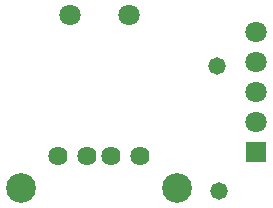
<source format=gbs>
G04*
G04 #@! TF.GenerationSoftware,Altium Limited,Altium Designer,22.1.2 (22)*
G04*
G04 Layer_Color=16711935*
%FSLAX25Y25*%
%MOIN*%
G70*
G04*
G04 #@! TF.SameCoordinates,7045D635-A460-453C-9C4B-A6245008308B*
G04*
G04*
G04 #@! TF.FilePolarity,Negative*
G04*
G01*
G75*
%ADD17C,0.07100*%
%ADD18C,0.07099*%
%ADD19C,0.06400*%
%ADD20R,0.07099X0.07099*%
%ADD21C,0.09900*%
%ADD22C,0.05800*%
D17*
X52685Y75500D02*
D03*
X33000D02*
D03*
D18*
X95000Y70000D02*
D03*
Y60000D02*
D03*
Y40000D02*
D03*
Y50000D02*
D03*
D19*
X56343Y28500D02*
D03*
X46500D02*
D03*
X38626D02*
D03*
X28784D02*
D03*
D20*
X95000Y30000D02*
D03*
D21*
X68429Y17831D02*
D03*
X16697D02*
D03*
D22*
X82500Y17000D02*
D03*
X82000Y58500D02*
D03*
M02*

</source>
